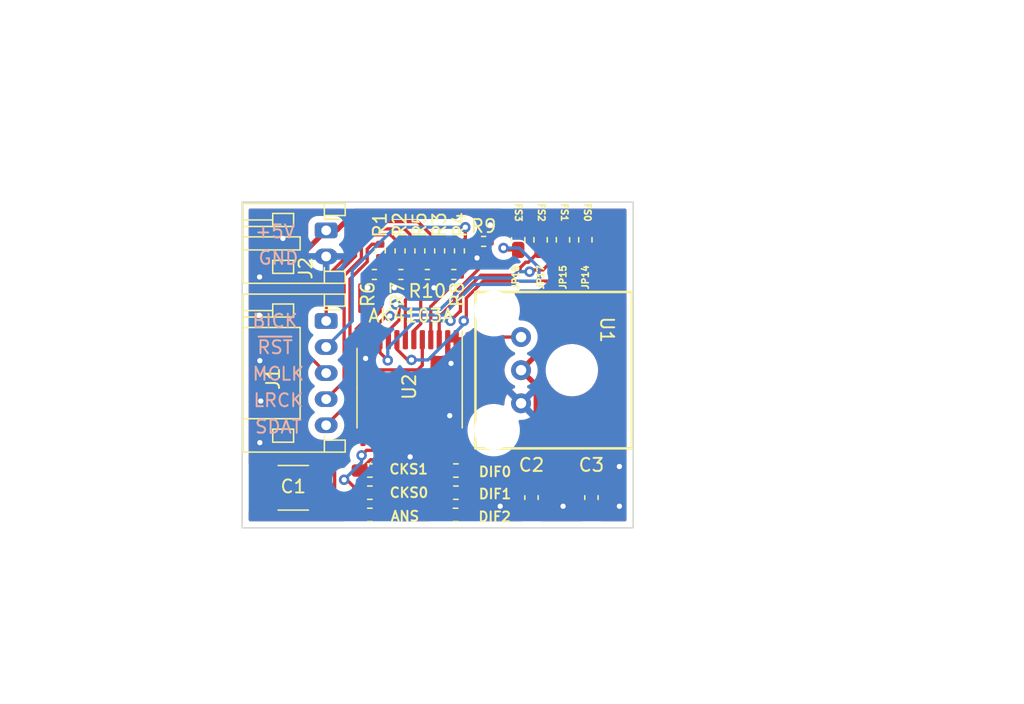
<source format=kicad_pcb>
(kicad_pcb (version 20211014) (generator pcbnew)
  (layers (0 "F.Cu" signal) (31 "B.Cu" signal) (34 "B.Paste" user) (35 "F.Paste" user) (36 "B.SilkS" user "B.Silkscreen") (37 "F.SilkS" user "F.Silkscreen") (38 "B.Mask" user) (39 "F.Mask" user) (44 "Edge.Cuts" user))
  (net 0 "")
  (net 1 "GND")
  (net 2 "+5V")
  (net 3 "/LRCK")
  (net 4 "/SDAT")
  (net 5 "/RESET")
  (net 6 "/MCLK")
  (net 7 "/CSN")
  (net 8 "/CDTI")
  (net 9 "/CCLK")
  (net 10 "/CDTO")
  (net 11 "/TXP")
  (net 12 "/DIF0")
  (net 13 "/DIF1")
  (net 14 "/DIF2")
  (net 15 "/CKS0")
  (net 16 "/CKS1")
  (net 17 "/ANS")
  (net 18 "/BICK")
  (net 19 "/BLS")
  (net 21 "Net-(R5-Pad1)")
  (net 22 "Net-(R4-Pad1)")
  (net 23 "Net-(R3-Pad1)")
  (net 24 "Net-(R2-Pad1)")
  (net 25 "Net-(R1-Pad1)")
  (footprint "components:R_0603_1608Metric_SolderJumperCompatible" (layer "F.Cu") (at 47.4 115.8 180)
    (fp_text reference "JP2" hide)
    (fp_text value "Jumper_NO_Small")
    (fp_line (start -0.171267 0.51) (end 0.171267 0.51) (layer "F.SilkS") (width 0.12))
    (fp_line (start -0.171267 -0.51) (end 0.171267 -0.51) (layer "F.SilkS") (width 0.12))
    (pad "1" smd roundrect locked (at -0.775 0 180) (size 1.25 0.95) (layers "F.Cu" "F.Paste" "F.Mask") (net 2 "+5V"))
    (pad "2" smd roundrect locked (at 0.775 0 180) (size 1.25 0.95) (layers "F.Cu" "F.Paste" "F.Mask") (net 13 "/DIF1"))
  )
  (footprint "Resistor_SMD:R_0402_1005Metric" (layer "F.Cu") (at 46.1563 97.25 -90)
    (fp_text reference "R3" (at -2 0.025 90) (layer "F.SilkS"))
    (fp_text value "33R")
    (fp_line (start -0.153641 -0.38) (end 0.153641 -0.38) (layer "F.SilkS") (width 0.12))
    (fp_line (start -0.153641 0.38) (end 0.153641 0.38) (layer "F.SilkS") (width 0.12))
    (pad "1" smd roundrect (at -0.51 0 270) (size 0.54 0.64) (layers "F.Cu" "F.Paste" "F.Mask") (net 23 "Net-(R3-Pad1)"))
    (pad "2" smd roundrect (at 0.51 0 270) (size 0.54 0.64) (layers "F.Cu" "F.Paste" "F.Mask") (net 6 "/MCLK"))
  )
  (footprint "Package_SO:TSSOP-24_6.1x7.8mm_P0.65mm" (layer "F.Cu") (at 43.85 107.775 -90)
    (fp_text reference "U2" (at -0.1 0.025 90) (layer "F.SilkS"))
    (fp_text value "AK4103A")
    (fp_line (start 0 4.035) (end -3.05 4.035) (layer "F.SilkS") (width 0.12))
    (fp_line (start 0 4.035) (end 3.05 4.035) (layer "F.SilkS") (width 0.12))
    (fp_line (start 0 -4.035) (end 3.05 -4.035) (layer "F.SilkS") (width 0.12))
    (fp_line (start 0 -4.035) (end -4.45 -4.035) (layer "F.SilkS") (width 0.12))
    (pad "1" smd roundrect locked (at -3.7125 -3.575 270) (size 1.475 0.4) (layers "F.Cu" "F.Paste" "F.Mask") (net 1 "GND"))
    (pad "2" smd roundrect locked (at -3.7125 -2.925 270) (size 1.475 0.4) (layers "F.Cu" "F.Paste" "F.Mask") (net 1 "GND"))
    (pad "3" smd roundrect locked (at -3.7125 -2.275 270) (size 1.475 0.4) (layers "F.Cu" "F.Paste" "F.Mask") (net 5 "/RESET"))
    (pad "4" smd roundrect locked (at -3.7125 -1.625 270) (size 1.475 0.4) (layers "F.Cu" "F.Paste" "F.Mask") (net 6 "/MCLK"))
    (pad "5" smd roundrect locked (at -3.7125 -0.975 270) (size 1.475 0.4) (layers "F.Cu" "F.Paste" "F.Mask") (net 4 "/SDAT"))
    (pad "6" smd roundrect locked (at -3.7125 -0.325 270) (size 1.475 0.4) (layers "F.Cu" "F.Paste" "F.Mask") (net 18 "/BICK"))
    (pad "7" smd roundrect locked (at -3.7125 0.325 270) (size 1.475 0.4) (layers "F.Cu" "F.Paste" "F.Mask") (net 3 "/LRCK"))
    (pad "8" smd roundrect locked (at -3.7125 0.975 270) (size 1.475 0.4) (layers "F.Cu" "F.Paste" "F.Mask") (net 7 "/CSN"))
    (pad "9" smd roundrect locked (at -3.7125 1.625 270) (size 1.475 0.4) (layers "F.Cu" "F.Paste" "F.Mask") (net 8 "/CDTI"))
    (pad "10" smd roundrect locked (at -3.7125 2.275 270) (size 1.475 0.4) (layers "F.Cu" "F.Paste" "F.Mask") (net 9 "/CCLK"))
    (pad "11" smd roundrect locked (at -3.7125 2.925 270) (size 1.475 0.4) (layers "F.Cu" "F.Paste" "F.Mask") (net 10 "/CDTO"))
    (pad "12" smd roundrect locked (at -3.7125 3.575 270) (size 1.475 0.4) (layers "F.Cu" "F.Paste" "F.Mask") (net 1 "GND"))
    (pad "13" smd roundrect locked (at 3.7125 3.575 270) (size 1.475 0.4) (layers "F.Cu" "F.Paste" "F.Mask") (net 17 "/ANS"))
    (pad "14" smd roundrect locked (at 3.7125 2.925 270) (size 1.475 0.4) (layers "F.Cu" "F.Paste" "F.Mask") (net 19 "/BLS"))
    (pad "15" smd roundrect locked (at 3.7125 2.275 270) (size 1.475 0.4) (layers "F.Cu" "F.Paste" "F.Mask") (net 15 "/CKS0"))
    (pad "16" smd roundrect locked (at 3.7125 1.625 270) (size 1.475 0.4) (layers "F.Cu" "F.Paste" "F.Mask") (net 16 "/CKS1"))
    (pad "17" smd roundrect locked (at 3.7125 0.975 270) (size 1.475 0.4) (layers "F.Cu" "F.Paste" "F.Mask") (net 2 "+5V"))
    (pad "18" smd roundrect locked (at 3.7125 0.325 270) (size 1.475 0.4) (layers "F.Cu" "F.Paste" "F.Mask") (net 1 "GND"))
    (pad "19" smd roundrect locked (at 3.7125 -0.325 270) (size 1.475 0.4) (layers "F.Cu" "F.Paste" "F.Mask"))
    (pad "20" smd roundrect locked (at 3.7125 -0.975 270) (size 1.475 0.4) (layers "F.Cu" "F.Paste" "F.Mask") (net 11 "/TXP"))
    (pad "21" smd roundrect locked (at 3.7125 -1.625 270) (size 1.475 0.4) (layers "F.Cu" "F.Paste" "F.Mask") (net 12 "/DIF0"))
    (pad "22" smd roundrect locked (at 3.7125 -2.275 270) (size 1.475 0.4) (layers "F.Cu" "F.Paste" "F.Mask") (net 13 "/DIF1"))
    (pad "23" smd roundrect locked (at 3.7125 -2.925 270) (size 1.475 0.4) (layers "F.Cu" "F.Paste" "F.Mask") (net 14 "/DIF2"))
    (pad "24" smd roundrect locked (at 3.7125 -3.575 270) (size 1.475 0.4) (layers "F.Cu" "F.Paste" "F.Mask") (net 1 "GND"))
  )
  (footprint "Capacitor_SMD:C_1812_4532Metric" (layer "F.Cu") (at 34.925 115.425 180)
    (fp_text reference "C1" (at 0 0.1) (layer "F.SilkS"))
    (fp_text value "33u/16v")
    (fp_line (start -1.161252 -1.71) (end 1.161252 -1.71) (layer "F.SilkS") (width 0.12))
    (fp_line (start -1.161252 1.71) (end 1.161252 1.71) (layer "F.SilkS") (width 0.12))
    (pad "1" smd roundrect (at -2.05 0 180) (size 1.4 3.4) (layers "F.Cu" "F.Paste" "F.Mask") (roundrect_rratio 0.178571) (net 2 "+5V"))
    (pad "2" smd roundrect (at 2.05 0 180) (size 1.4 3.4) (layers "F.Cu" "F.Paste" "F.Mask") (roundrect_rratio 0.178571) (net 1 "GND"))
  )
  (footprint "components:R_0603_1608Metric_SolderJumperCompatible" (layer "F.Cu") (at 57.3333 96.4 -90)
    (fp_text reference "JP14" (at 2.875 0 90) (layer "F.SilkS") (effects (font (size 0.5 0.5))))
    (fp_text value "Jumper_NO_Small")
    (fp_line (start -0.171267 -0.51) (end 0.171267 -0.51) (layer "F.SilkS") (width 0.12))
    (fp_line (start -0.171267 0.51) (end 0.171267 0.51) (layer "F.SilkS") (width 0.12))
    (pad "1" smd roundrect locked (at -0.775 0 270) (size 1.25 0.95) (layers "F.Cu" "F.Paste" "F.Mask") (net 2 "+5V"))
    (pad "2" smd roundrect locked (at 0.775 0 270) (size 1.25 0.95) (layers "F.Cu" "F.Paste" "F.Mask") (net 7 "/CSN"))
  )
  (footprint "Resistor_SMD:R_0402_1005Metric" (layer "F.Cu") (at 44.6375 97.25 -90)
    (fp_text reference "R5" (at -2 0.025 90) (layer "F.SilkS"))
    (fp_text value "33R")
    (fp_line (start -0.153641 -0.38) (end 0.153641 -0.38) (layer "F.SilkS") (width 0.12))
    (fp_line (start -0.153641 0.38) (end 0.153641 0.38) (layer "F.SilkS") (width 0.12))
    (pad "1" smd roundrect (at -0.51 0 270) (size 0.54 0.64) (layers "F.Cu" "F.Paste" "F.Mask") (net 21 "Net-(R5-Pad1)"))
    (pad "2" smd roundrect (at 0.51 0 270) (size 0.54 0.64) (layers "F.Cu" "F.Paste" "F.Mask") (net 18 "/BICK"))
  )
  (footprint "Resistor_SMD:R_0402_1005Metric" (layer "F.Cu") (at 47.675 97.25 -90)
    (fp_text reference "R4" (at -2 -0.025 90) (layer "F.SilkS"))
    (fp_text value "33R")
    (fp_line (start -0.153641 -0.38) (end 0.153641 -0.38) (layer "F.SilkS") (width 0.12))
    (fp_line (start -0.153641 0.38) (end 0.153641 0.38) (layer "F.SilkS") (width 0.12))
    (pad "1" smd roundrect (at -0.51 0 270) (size 0.54 0.64) (layers "F.Cu" "F.Paste" "F.Mask") (net 22 "Net-(R4-Pad1)"))
    (pad "2" smd roundrect (at 0.51 0 270) (size 0.54 0.64) (layers "F.Cu" "F.Paste" "F.Mask") (net 5 "/RESET"))
  )
  (footprint "Resistor_SMD:R_0402_1005Metric" (layer "F.Cu") (at 41.6 97.25 -90)
    (fp_text reference "R1" (at -2 0.025 90) (layer "F.SilkS"))
    (fp_text value "33R")
    (fp_line (start -0.153641 0.38) (end 0.153641 0.38) (layer "F.SilkS") (width 0.12))
    (fp_line (start -0.153641 -0.38) (end 0.153641 -0.38) (layer "F.SilkS") (width 0.12))
    (pad "1" smd roundrect (at -0.51 0 270) (size 0.54 0.64) (layers "F.Cu" "F.Paste" "F.Mask") (net 25 "Net-(R1-Pad1)"))
    (pad "2" smd roundrect (at 0.51 0 270) (size 0.54 0.64) (layers "F.Cu" "F.Paste" "F.Mask") (net 4 "/SDAT"))
  )
  (footprint "footprints:GP1FAV50TK" (layer "F.Cu") (at 63.249 106.44 -90)
    (fp_text reference "U1" (at -3.14 4.249 -90 unlocked) (layer "F.SilkS"))
    (fp_text value "MOF-T3C2")
    (fp_line (start -6.04 2.348083) (end -6.04 14.348083) (layer "F.SilkS") (width 0.2))
    (fp_line (start 5.96 2.348083) (end -6.04 2.348083) (layer "F.SilkS") (width 0.2))
    (fp_line (start 4.71 2.348083) (end -4.79 2.348083) (layer "F.SilkS") (width 0.2))
    (fp_line (start -6.04 14.348083) (end 5.96 14.348083) (layer "F.SilkS") (width 0.2))
    (fp_line (start 5.96 14.348083) (end 5.96 2.348083) (layer "F.SilkS") (width 0.2))
    (fp_line (start 4.71 2.348083) (end -4.79 2.348083) (layer "F.SilkS") (width 0.2))
    (pad "" np_thru_hole circle (at -4.64 12.948083 270) (size 3 3) (drill 3) (layers F&B.Cu *.Mask))
    (pad "" np_thru_hole circle (at -0.04 6.948083 270) (size 3 3) (drill 3) (layers F&B.Cu *.Mask))
    (pad "" np_thru_hole circle (at 4.56 12.948083 270) (size 3 3) (drill 3) (layers F&B.Cu *.Mask))
    (pad "1" thru_hole circle (at -2.58 10.848083 270) (size 1.524 1.524) (drill 0.8) (layers *.Cu *.Mask) (net 11 "/TXP"))
    (pad "2" thru_hole circle (at -0.04 10.848083 270) (size 1.524 1.524) (drill 0.8) (layers *.Cu *.Mask) (net 2 "+5V"))
    (pad "3" thru_hole circle (at 2.5 10.848083 270) (size 1.524 1.524) (drill 0.8) (layers *.Cu *.Mask) (net 1 "GND"))
  )
  (footprint "components:R_0603_1608Metric_SolderJumperCompatible" (layer "F.Cu") (at 55.6166 96.4 -90)
    (fp_text reference "JP15" (at 2.875 0 90) (layer "F.SilkS") (effects (font (size 0.5 0.5))))
    (fp_text value "Jumper_NO_Small")
    (fp_line (start -0.171267 -0.51) (end 0.171267 -0.51) (layer "F.SilkS") (width 0.12))
    (fp_line (start -0.171267 0.51) (end 0.171267 0.51) (layer "F.SilkS") (width 0.12))
    (pad "1" smd roundrect locked (at -0.775 0 270) (size 1.25 0.95) (layers "F.Cu" "F.Paste" "F.Mask") (net 2 "+5V"))
    (pad "2" smd roundrect locked (at 0.775 0 270) (size 1.25 0.95) (layers "F.Cu" "F.Paste" "F.Mask") (net 8 "/CDTI"))
  )
  (footprint "components:R_0603_1608Metric_SolderJumperCompatible" (layer "F.Cu") (at 47.4 114.1 180)
    (fp_text reference "JP3" hide)
    (fp_text value "Jumper_NO_Small")
    (fp_line (start -0.171267 -0.51) (end 0.171267 -0.51) (layer "F.SilkS") (width 0.12))
    (fp_line (start -0.171267 0.51) (end 0.171267 0.51) (layer "F.SilkS") (width 0.12))
    (pad "1" smd roundrect locked (at -0.775 0 180) (size 1.25 0.95) (layers "F.Cu" "F.Paste" "F.Mask") (net 2 "+5V"))
    (pad "2" smd roundrect locked (at 0.775 0 180) (size 1.25 0.95) (layers "F.Cu" "F.Paste" "F.Mask") (net 14 "/DIF2"))
  )
  (footprint "Connector_JST:JST_PH_S2B-PH-K_1x02_P2.00mm_Horizontal" (layer "F.Cu") (at 37.45 95.675 -90)
    (fp_text reference "J2" (at 2.9 1.575 90) (layer "F.SilkS"))
    (fp_text value "Conn_01x02_Male")
    (fp_line (start 2.3 4.1) (end 2.3 2.5) (layer "F.SilkS") (width 0.12))
    (fp_line (start 2.3 2.5) (end 3.3 2.5) (layer "F.SilkS") (width 0.12))
    (fp_line (start -1.14 -1.46) (end -2.06 -1.46) (layer "F.SilkS") (width 0.12))
    (fp_line (start -1.3 2.5) (end -1.3 4.1) (layer "F.SilkS") (width 0.12))
    (fp_line (start -2.06 0.14) (end -1.14 0.14) (layer "F.SilkS") (width 0.12))
    (fp_line (start 3.14 -1.46) (end 3.14 0.14) (layer "F.SilkS") (width 0.12))
    (fp_line (start -2.06 -1.46) (end -2.06 6.36) (layer "F.SilkS") (width 0.12))
    (fp_line (start 0.5 6.36) (end 0.5 2) (layer "F.SilkS") (width 0.12))
    (fp_line (start -0.3 2.5) (end -1.3 2.5) (layer "F.SilkS") (width 0.12))
    (fp_line (start -0.86 0.14) (end -0.86 -1.075) (layer "F.SilkS") (width 0.12))
    (fp_line (start -0.8 4.1) (end -0.8 6.36) (layer "F.SilkS") (width 0.12))
    (fp_line (start 0.5 2) (end 1.5 2) (layer "F.SilkS") (width 0.12))
    (fp_line (start 4.06 6.36) (end 4.06 -1.46) (layer "F.SilkS") (width 0.12))
    (fp_line (start 4.06 0.14) (end 3.14 0.14) (layer "F.SilkS") (width 0.12))
    (fp_line (start 3.3 2.5) (end 3.3 4.1) (layer "F.SilkS") (width 0.12))
    (fp_line (start -2.06 6.36) (end 4.06 6.36) (layer "F.SilkS") (width 0.12))
    (fp_line (start 4.06 -1.46) (end 3.14 -1.46) (layer "F.SilkS") (width 0.12))
    (fp_line (start 1.5 2) (end 1.5 6.36) (layer "F.SilkS") (width 0.12))
    (fp_line (start 3.3 4.1) (end 2.3 4.1) (layer "F.SilkS") (width 0.12))
    (fp_line (start -0.3 4.1) (end -0.3 2.5) (layer "F.SilkS") (width 0.12))
    (fp_line (start -0.86 0.14) (end -1.14 0.14) (layer "F.SilkS") (width 0.12))
    (fp_line (start 3.14 0.14) (end 2.86 0.14) (layer "F.SilkS") (width 0.12))
    (fp_line (start -1.3 4.1) (end -0.3 4.1) (layer "F.SilkS") (width 0.12))
    (fp_line (start -1.14 0.14) (end -1.14 -1.46) (layer "F.SilkS") (width 0.12))
    (fp_line (start -0.3 4.1) (end -0.3 6.36) (layer "F.SilkS") (width 0.12))
    (pad "1" thru_hole roundrect (at 0 0 270) (size 1.2 1.75) (drill 0.75) (layers *.Cu *.Mask) (roundrect_rratio 0.208333) (net 2 "+5V"))
    (pad "2" thru_hole oval (at 2 0 270) (size 1.2 1.75) (drill 0.75) (layers *.Cu *.Mask) (net 1 "GND"))
  )
  (footprint "Capacitor_SMD:C_0603_1608Metric" (layer "F.Cu") (at 53.2 116.175 90)
    (fp_text reference "C2" (at 2.5 0 180) (layer "F.SilkS"))
    (fp_text value "0.1u/35V")
    (fp_line (start -0.14058 0.51) (end 0.14058 0.51) (layer "F.SilkS") (width 0.12))
    (fp_line (start -0.14058 -0.51) (end 0.14058 -0.51) (layer "F.SilkS") (width 0.12))
    (pad "1" smd roundrect (at -0.775 0 90) (size 0.9 0.95) (layers "F.Cu" "F.Paste" "F.Mask") (net 1 "GND"))
    (pad "2" smd roundrect (at 0.775 0 90) (size 0.9 0.95) (layers "F.Cu" "F.Paste" "F.Mask") (net 2 "+5V"))
  )
  (footprint "Capacitor_SMD:C_0603_1608Metric" (layer "F.Cu") (at 57.8 116.175 90)
    (fp_text reference "C3" (at 2.5 0) (layer "F.SilkS"))
    (fp_text value "0.1u/35V")
    (fp_line (start -0.14058 0.51) (end 0.14058 0.51) (layer "F.SilkS") (width 0.12))
    (fp_line (start -0.14058 -0.51) (end 0.14058 -0.51) (layer "F.SilkS") (width 0.12))
    (pad "1" smd roundrect (at -0.775 0 90) (size 0.9 0.95) (layers "F.Cu" "F.Paste" "F.Mask") (net 1 "GND"))
    (pad "2" smd roundrect (at 0.775 0 90) (size 0.9 0.95) (layers "F.Cu" "F.Paste" "F.Mask") (net 2 "+5V"))
  )
  (footprint "Connector_JST:JST_PH_S5B-PH-K_1x05_P2.00mm_Horizontal" (layer "F.Cu") (at 37.45 102.625 -90)
    (fp_text reference "J1" (at 4.425 4.075 90) (layer "F.SilkS"))
    (fp_text value "Conn_01x05_Male")
    (fp_line (start 8.3 2.5) (end 9.3 2.5) (layer "F.SilkS") (width 0.12))
    (fp_line (start -1.3 2.5) (end -1.3 4.1) (layer "F.SilkS") (width 0.12))
    (fp_line (start 7.5 2) (end 7.5 6.36) (layer "F.SilkS") (width 0.12))
    (fp_line (start 0.5 2) (end 7.5 2) (layer "F.SilkS") (width 0.12))
    (fp_line (start -0.86 0.14) (end -1.14 0.14) (layer "F.SilkS") (width 0.12))
    (fp_line (start 10.06 -1.46) (end 9.14 -1.46) (layer "F.SilkS") (width 0.12))
    (fp_line (start -1.14 -1.46) (end -2.06 -1.46) (layer "F.SilkS") (width 0.12))
    (fp_line (start 8.3 4.1) (end 8.3 2.5) (layer "F.SilkS") (width 0.12))
    (fp_line (start -0.8 4.1) (end -0.8 6.36) (layer "F.SilkS") (width 0.12))
    (fp_line (start 9.3 4.1) (end 8.3 4.1) (layer "F.SilkS") (width 0.12))
    (fp_line (start -2.06 0.14) (end -1.14 0.14) (layer "F.SilkS") (width 0.12))
    (fp_line (start 10.06 0.14) (end 9.14 0.14) (layer "F.SilkS") (width 0.12))
    (fp_line (start -2.06 -1.46) (end -2.06 6.36) (layer "F.SilkS") (width 0.12))
    (fp_line (start -1.3 4.1) (end -0.3 4.1) (layer "F.SilkS") (width 0.12))
    (fp_line (start -0.3 2.5) (end -1.3 2.5) (layer "F.SilkS") (width 0.12))
    (fp_line (start -2.06 6.36) (end 10.06 6.36) (layer "F.SilkS") (width 0.12))
    (fp_line (start 9.14 0.14) (end 8.86 0.14) (layer "F.SilkS") (width 0.12))
    (fp_line (start -0.3 4.1) (end -0.3 6.36) (layer "F.SilkS") (width 0.12))
    (fp_line (start 10.06 6.36) (end 10.06 -1.46) (layer "F.SilkS") (width 0.12))
    (fp_line (start -1.14 0.14) (end -1.14 -1.46) (layer "F.SilkS") (width 0.12))
    (fp_line (start 9.3 2.5) (end 9.3 4.1) (layer "F.SilkS") (width 0.12))
    (fp_line (start 0.5 6.36) (end 0.5 2) (layer "F.SilkS") (width 0.12))
    (fp_line (start -0.3 4.1) (end -0.3 2.5) (layer "F.SilkS") (width 0.12))
    (fp_line (start -0.86 0.14) (end -0.86 -1.075) (layer "F.SilkS") (width 0.12))
    (fp_line (start 9.14 -1.46) (end 9.14 0.14) (layer "F.SilkS") (width 0.12))
    (pad "1" thru_hole roundrect (at 0 0 270) (size 1.2 1.75) (drill 0.75) (layers *.Cu *.Mask) (roundrect_rratio 0.208333) (net 21 "Net-(R5-Pad1)"))
    (pad "2" thru_hole oval (at 2 0 270) (size 1.2 1.75) (drill 0.75) (layers *.Cu *.Mask) (net 22 "Net-(R4-Pad1)"))
    (pad "3" thru_hole oval (at 4 0 270) (size 1.2 1.75) (drill 0.75) (layers *.Cu *.Mask) (net 23 "Net-(R3-Pad1)"))
    (pad "4" thru_hole oval (at 6 0 270) (size 1.2 1.75) (drill 0.75) (layers *.Cu *.Mask) (net 24 "Net-(R2-Pad1)"))
    (pad "5" thru_hole oval (at 8 0 270) (size 1.2 1.75) (drill 0.75) (layers *.Cu *.Mask) (net 25 "Net-(R1-Pad1)"))
  )
  (footprint "Resistor_SMD:R_0402_1005Metric" (layer "F.Cu") (at 47.244 99.06)
    (fp_text reference "R8" (at 0.254 1.524 90) (layer "F.SilkS"))
    (fp_text value "220k")
    (fp_line (start -0.153641 0.38) (end 0.153641 0.38) (layer "F.SilkS") (width 0.12))
    (fp_line (start -0.153641 -0.38) (end 0.153641 -0.38) (layer "F.SilkS") (width 0.12))
    (pad "1" smd roundrect (at -0.51 0) (size 0.54 0.64) (layers "F.Cu" "F.Paste" "F.Mask") (net 6 "/MCLK"))
    (pad "2" smd roundrect (at 0.51 0) (size 0.54 0.64) (layers "F.Cu" "F.Paste" "F.Mask") (net 1 "GND"))
  )
  (footprint "components:R_0603_1608Metric_SolderJumperCompatible" (layer "F.Cu") (at 47.375 117.5 180)
    (fp_text reference "JP1" hide)
    (fp_text value "Jumper_NO_Small")
    (fp_line (start -0.171267 -0.51) (end 0.171267 -0.51) (layer "F.SilkS") (width 0.12))
    (fp_line (start -0.171267 0.51) (end 0.171267 0.51) (layer "F.SilkS") (width 0.12))
    (pad "1" smd roundrect locked (at -0.775 0 180) (size 1.25 0.95) (layers "F.Cu" "F.Paste" "F.Mask") (net 2 "+5V"))
    (pad "2" smd roundrect locked (at 0.775 0 180) (size 1.25 0.95) (layers "F.Cu" "F.Paste" "F.Mask") (net 12 "/DIF0"))
  )
  (footprint "Resistor_SMD:R_0402_1005Metric" (layer "F.Cu") (at 43.18 99.06 180)
    (fp_text reference "R7" (at 0.254 -1.524 90) (layer "F.SilkS"))
    (fp_text value "220k")
    (fp_line (start -0.153641 -0.38) (end 0.153641 -0.38) (layer "F.SilkS") (width 0.12))
    (fp_line (start -0.153641 0.38) (end 0.153641 0.38) (layer "F.SilkS") (width 0.12))
    (pad "1" smd roundrect (at -0.51 0 180) (size 0.54 0.64) (layers "F.Cu" "F.Paste" "F.Mask") (net 3 "/LRCK"))
    (pad "2" smd roundrect (at 0.51 0 180) (size 0.54 0.64) (layers "F.Cu" "F.Paste" "F.Mask") (net 1 "GND"))
  )
  (footprint "Resistor_SMD:R_0402_1005Metric" (layer "F.Cu") (at 43.1188 97.25 -90)
    (fp_text reference "R2" (at -2 0.025 90) (layer "F.SilkS"))
    (fp_text value "33R")
    (fp_line (start -0.153641 -0.38) (end 0.153641 -0.38) (layer "F.SilkS") (width 0.12))
    (fp_line (start -0.153641 0.38) (end 0.153641 0.38) (layer "F.SilkS") (width 0.12))
    (pad "1" smd roundrect (at -0.51 0 270) (size 0.54 0.64) (layers "F.Cu" "F.Paste" "F.Mask") (net 24 "Net-(R2-Pad1)"))
    (pad "2" smd roundrect (at 0.51 0 270) (size 0.54 0.64) (layers "F.Cu" "F.Paste" "F.Mask") (net 3 "/LRCK"))
  )
  (footprint "components:R_0603_1608Metric_SolderJumperCompatible" (layer "F.Cu") (at 40.8 117.5)
    (fp_text reference "JP16" hide)
    (fp_text value "Jumper_NO_Small")
    (fp_line (start -0.171267 -0.51) (end 0.171267 -0.51) (layer "F.SilkS") (width 0.12))
    (fp_line (start -0.171267 0.51) (end 0.171267 0.51) (layer "F.SilkS") (width 0.12))
    (pad "1" smd roundrect locked (at -0.775 0) (size 1.25 0.95) (layers "F.Cu" "F.Paste" "F.Mask") (net 17 "/ANS"))
    (pad "2" smd roundrect locked (at 0.775 0) (size 1.25 0.95) (layers "F.Cu" "F.Paste" "F.Mask") (net 1 "GND"))
  )
  (footprint "Resistor_SMD:R_0402_1005Metric" (layer "F.Cu") (at 45.212 99.06)
    (fp_text reference "R10" (at 0 1.27) (layer "F.SilkS"))
    (fp_text value "220k")
    (fp_line (start -0.153641 -0.38) (end 0.153641 -0.38) (layer "F.SilkS") (width 0.12))
    (fp_line (start -0.153641 0.38) (end 0.153641 0.38) (layer "F.SilkS") (width 0.12))
    (pad "1" smd roundrect (at -0.51 0) (size 0.54 0.64) (layers "F.Cu" "F.Paste" "F.Mask") (net 18 "/BICK"))
    (pad "2" smd roundrect (at 0.51 0) (size 0.54 0.64) (layers "F.Cu" "F.Paste" "F.Mask") (net 1 "GND"))
  )
  (footprint "components:R_0603_1608Metric_SolderJumperCompatible" (layer "F.Cu") (at 40.8 114.1 180)
    (fp_text reference "JP11" hide)
    (fp_text value "Jumper_NO_Small")
    (fp_line (start -0.171267 -0.51) (end 0.171267 -0.51) (layer "F.SilkS") (width 0.12))
    (fp_line (start -0.171267 0.51) (end 0.171267 0.51) (layer "F.SilkS") (width 0.12))
    (pad "1" smd roundrect locked (at -0.775 0 180) (size 1.25 0.95) (layers "F.Cu" "F.Paste" "F.Mask") (net 2 "+5V"))
    (pad "2" smd roundrect locked (at 0.775 0 180) (size 1.25 0.95) (layers "F.Cu" "F.Paste" "F.Mask") (net 16 "/CKS1"))
  )
  (footprint "Resistor_SMD:R_0402_1005Metric" (layer "F.Cu") (at 41.148 99.06 180)
    (fp_text reference "R6" (at 0.508 -1.524 90) (layer "F.SilkS"))
    (fp_text value "220k")
    (fp_line (start -0.153641 -0.38) (end 0.153641 -0.38) (layer "F.SilkS") (width 0.12))
    (fp_line (start -0.153641 0.38) (end 0.153641 0.38) (layer "F.SilkS") (width 0.12))
    (pad "1" smd roundrect (at -0.51 0 180) (size 0.54 0.64) (layers "F.Cu" "F.Paste" "F.Mask") (net 4 "/SDAT"))
    (pad "2" smd roundrect (at 0.51 0 180) (size 0.54 0.64) (layers "F.Cu" "F.Paste" "F.Mask") (net 1 "GND"))
  )
  (footprint "components:R_0603_1608Metric_SolderJumperCompatible" (layer "F.Cu") (at 40.8 115.8 180)
    (fp_text reference "JP9" hide)
    (fp_text value "Jumper_NO_Small")
    (fp_line (start -0.171267 -0.51) (end 0.171267 -0.51) (layer "F.SilkS") (width 0.12))
    (fp_line (start -0.171267 0.51) (end 0.171267 0.51) (layer "F.SilkS") (width 0.12))
    (pad "1" smd roundrect locked (at -0.775 0 180) (size 1.25 0.95) (layers "F.Cu" "F.Paste" "F.Mask") (net 1 "GND"))
    (pad "2" smd roundrect locked (at 0.775 0 180) (size 1.25 0.95) (layers "F.Cu" "F.Paste" "F.Mask") (net 15 "/CKS0"))
  )
  (footprint "components:R_0603_1608Metric_SolderJumperCompatible" (layer "F.Cu") (at 53.9 96.4 -90)
    (fp_text reference "JP17" (at 2.875 0 90) (layer "F.SilkS") (effects (font (size 0.5 0.5))))
    (fp_text value "Jumper_NO_Small")
    (fp_line (start -0.171267 -0.51) (end 0.171267 -0.51) (layer "F.SilkS") (width 0.12))
    (fp_line (start -0.171267 0.51) (end 0.171267 0.51) (layer "F.SilkS") (width 0.12))
    (pad "1" smd roundrect locked (at -0.775 0 270) (size 1.25 0.95) (layers "F.Cu" "F.Paste" "F.Mask") (net 2 "+5V"))
    (pad "2" smd roundrect locked (at 0.775 0 270) (size 1.25 0.95) (layers "F.Cu" "F.Paste" "F.Mask") (net 9 "/CCLK"))
  )
  (footprint "components:R_0603_1608Metric_SolderJumperCompatible" (layer "F.Cu") (at 52.1833 96.4 -90)
    (fp_text reference "JP18" (at 2.875 0.2 90) (layer "F.SilkS") (effects (font (size 0.5 0.5))))
    (fp_text value "Jumper_NO_Small")
    (fp_line (start -0.171267 0.51) (end 0.171267 0.51) (layer "F.SilkS") (width 0.12))
    (fp_line (start -0.171267 -0.51) (end 0.171267 -0.51) (layer "F.SilkS") (width 0.12))
    (pad "1" smd roundrect locked (at -0.775 0 270) (size 1.25 0.95) (layers "F.Cu" "F.Paste" "F.Mask") (net 2 "+5V"))
    (pad "2" smd roundrect locked (at 0.775 0 270) (size 1.25 0.95) (layers "F.Cu" "F.Paste" "F.Mask") (net 10 "/CDTO"))
  )
  (footprint "Resistor_SMD:R_0402_1005Metric" (layer "F.Cu") (at 49.53 96.52)
    (fp_text reference "R9" (at 0 -1.17) (layer "F.SilkS"))
    (fp_text value "220k")
    (fp_line (start -0.153641 0.38) (end 0.153641 0.38) (layer "F.SilkS") (width 0.12))
    (fp_line (start -0.153641 -0.38) (end 0.153641 -0.38) (layer "F.SilkS") (width 0.12))
    (pad "1" smd roundrect (at -0.51 0) (size 0.54 0.64) (layers "F.Cu" "F.Paste" "F.Mask") (net 5 "/RESET"))
    (pad "2" smd roundrect (at 0.51 0) (size 0.54 0.64) (layers "F.Cu" "F.Paste" "F.Mask") (net 1 "GND"))
  )
  (gr_rect (start 31 93.5) (end 61 118.5) (layer "Edge.Cuts") (width 0.1) (fill none))
  (gr_text "GND" (at 33.782 97.79) (layer "B.SilkS") (effects (font (size 1 1))))
  (gr_text "BICK" (at 33.528 102.616) (layer "B.SilkS") (effects (font (size 1 1))))
  (gr_text "~{RST}" (at 33.528 104.648) (layer "B.SilkS") (effects (font (size 1 1))))
  (gr_text "LRCK" (at 33.782 108.712) (layer "B.SilkS") (effects (font (size 1 1))))
  (gr_text "MCLK" (at 33.782 106.68) (layer "B.SilkS") (effects (font (size 1 1))))
  (gr_text "SDAT" (at 33.782 110.744) (layer "B.SilkS") (effects (font (size 1 1))))
  (gr_text "+5V" (at 33.528 95.758) (layer "B.SilkS") (effects (font (size 1 1))))
  (gr_text "ANS" (at 43.5 117.6) (layer "F.SilkS") (effects (font (size 0.75 0.75))))
  (gr_text "DIF1" (at 50.4 115.9) (layer "F.SilkS") (effects (font (size 0.75 0.75))))
  (gr_text "DIF0" (at 50.4 114.2) (layer "F.SilkS") (effects (font (size 0.75 0.75))))
  (gr_text "DIF2" (at 50.375 117.65) (layer "F.SilkS") (effects (font (size 0.75 0.75))))
  (gr_text "CKS1" (at 43.775 114) (layer "F.SilkS") (effects (font (size 0.75 0.75))))
  (gr_text "FS1" (at 55.733332 94.3 270) (layer "F.SilkS") (effects (font (size 0.5 0.5))))
  (gr_text "FS2" (at 53.966666 94.3 270) (layer "F.SilkS") (effects (font (size 0.5 0.5))))
  (gr_text "FS3" (at 52.2 94.3 270) (layer "F.SilkS") (effects (font (size 0.5 0.5))))
  (gr_text "CKS0" (at 43.8 115.8) (layer "F.SilkS") (effects (font (size 0.75 0.75))))
  (gr_text "FS0" (at 57.5 94.3 270) (layer "F.SilkS") (effects (font (size 0.5 0.5))))
  (gr_text "AK4103A" (at 43.95 102.225) (layer "F.SilkS") (effects (font (size 1 1))))
  (segment (start 43.89 113.05) (end 43.525 112.685) (width 0.4) (layer "F.Cu") (net 1))
  (segment (start 47.425 105.485) (end 47.03 105.88) (width 0.4) (layer "F.Cu") (net 1))
  (segment (start 47.425 111.4875) (end 47.425 110.385) (width 0.4) (layer "F.Cu") (net 1))
  (segment (start 47.425 104.0625) (end 47.425 105.485) (width 0.4) (layer "F.Cu") (net 1))
  (segment (start 40.275 104.0625) (end 40.275 105.3) (width 0.4) (layer "F.Cu") (net 1))
  (segment (start 50.038 95.25) (end 50.038 96.518) (width 0.4) (layer "F.Cu") (net 1))
  (segment (start 49.022 97.79) (end 49.022 97.792) (width 0.4) (layer "F.Cu") (net 1))
  (segment (start 42.672 100.076) (end 42.672 99.062) (width 0.4) (layer "F.Cu") (net 1))
  (segment (start 49.022 97.792) (end 47.754 99.06) (width 0.4) (layer "F.Cu") (net 1))
  (segment (start 40.638 100.074) (end 40.638 99.06) (width 0.4) (layer "F.Cu") (net 1))
  (segment (start 45.72 100.076) (end 45.72 99.062) (width 0.4) (layer "F.Cu") (net 1))
  (segment (start 46.775 105.625) (end 47.03 105.88) (width 0.4) (layer "F.Cu") (net 1))
  (segment (start 40.275 105.3) (end 40.475 105.5) (width 0.4) (layer "F.Cu") (net 1))
  (segment (start 47.425 110.385) (end 46.93 109.89) (width 0.4) (layer "F.Cu") (net 1))
  (segment (start 46.775 104.0625) (end 47.425 104.0625) (width 0.4) (layer "F.Cu") (net 1))
  (segment (start 43.525 112.685) (end 43.525 111.4875) (width 0.4) (layer "F.Cu") (net 1))
  (segment (start 46.775 104.0625) (end 46.775 105.625) (width 0.4) (layer "F.Cu") (net 1))
  (segment (start 40.64 100.076) (end 40.638 100.074) (width 0.4) (layer "F.Cu") (net 1))
  (via (at 59.944 113.792) (size 0.8) (drill 0.4) (layers "F.Cu" "B.Cu") (net 1))
  (via (at 34.13 96.29) (size 0.8) (drill 0.4) (layers "F.Cu" "B.Cu") (net 1))
  (via (at 59.944 116.84) (size 0.8) (drill 0.4) (layers "F.Cu" "B.Cu") (net 1))
  (via (at 40.64 100.076) (size 0.8) (drill 0.4) (layers "F.Cu" "B.Cu") (net 1))
  (via (at 32.36 105.67) (size 0.8) (drill 0.4) (layers "F.Cu" "B.Cu") (net 1))
  (via (at 32.36 111.96) (size 0.8) (drill 0.4) (layers "F.Cu" "B.Cu") (net 1))
  (via (at 43.89 113.05) (size 0.8) (drill 0.4) (layers "F.Cu" "B.Cu") (net 1))
  (via (at 32.34 99.25) (size 0.8) (drill 0.4) (layers "F.Cu" "B.Cu") (net 1))
  (via (at 42.672 100.076) (size 0.8) (drill 0.4) (layers "F.Cu" "B.Cu") (net 1))
  (via (at 40.475 105.5) (size 0.8) (drill 0.4) (layers "F.Cu" "B.Cu") (net 1))
  (via (at 32.32 102.19) (size 0.8) (drill 0.4) (layers "F.Cu" "B.Cu") (net 1))
  (via (at 32.43 108.77) (size 0.8) (drill 0.4) (layers "F.Cu" "B.Cu") (net 1))
  (via (at 55.626 116.84) (size 0.8) (drill 0.4) (layers "F.Cu" "B.Cu") (net 1))
  (via (at 46.93 109.89) (size 0.8) (drill 0.4) (layers "F.Cu" "B.Cu") (net 1))
  (via (at 47.03 105.88) (size 0.8) (drill 0.4) (layers "F.Cu" "B.Cu") (net 1))
  (via (at 45.72 100.076) (size 0.8) (drill 0.4) (layers "F.Cu" "B.Cu") (net 1))
  (via (at 50.8 116.84) (size 0.8) (drill 0.4) (layers "F.Cu" "B.Cu") (net 1))
  (via (at 49.022 97.79) (size 0.8) (drill 0.4) (layers "F.Cu" "B.Cu") (net 1))
  (via (at 50.038 95.25) (size 0.8) (drill 0.4) (layers "F.Cu" "B.Cu") (net 1))
  (segment (start 52.400917 106.4) (end 53.562428 107.561511) (width 0.4) (layer "F.Cu") (net 2))
  (segment (start 42.875 111.4875) (end 42.875 110.375) (width 0.4) (layer "F.Cu") (net 2))
  (segment (start 35.052 98.073) (end 35.052 113.502) (width 0.4) (layer "F.Cu") (net 2))
  (segment (start 48.175 117.475) (end 48.175 115.8) (width 0.4) (layer "F.Cu") (net 2))
  (segment (start 41.575 114.1) (end 42.49 114.1) (width 0.4) (layer "F.Cu") (net 2))
  (segment (start 58.20782 100.593097) (end 52.400917 106.4) (width 0.4) (layer "F.Cu") (net 2))
  (segment (start 58.20782 96.49952) (end 58.20782 100.593097) (width 0.4) (layer "F.Cu") (net 2))
  (segment (start 48.175 115.4) (end 48.175 114.1) (width 0.4) (layer "F.Cu") (net 2))
  (segment (start 42.875 110.375) (end 42.64 110.14) (width 0.4) (layer "F.Cu") (net 2))
  (segment (start 53.562428 107.561511) (end 53.562428 115.037572) (width 0.4) (layer "F.Cu") (net 2))
  (segment (start 48.175 115.8) (end 48.175 115.4) (width 0.4) (layer "F.Cu") (net 2))
  (segment (start 37.504 95.621) (end 38.304 95.621) (width 0.4) (layer "F.Cu") (net 2))
  (segment (start 36.975 113.343573) (end 36.975 115.425) (width 0.4) (layer "F.Cu") (net 2))
  (segment (start 57.3333 95.625) (end 58.20782 96.49952) (width 0.4) (layer "F.Cu") (net 2))
  (segment (start 53.2 115.4) (end 57.8 115.4) (width 0.4) (layer "F.Cu") (net 2))
  (segment (start 42.49 114.1) (end 42.875 113.715) (width 0.4) (layer "F.Cu") (net 2))
  (segment (start 48.175 115.4) (end 53.2 115.4) (width 0.4) (layer "F.Cu") (net 2))
  (segment (start 40.178573 110.14) (end 36.975 113.343573) (width 0.4) (layer "F.Cu") (net 2))
  (segment (start 37.45 95.675) (end 35.052 98.073) (width 0.4) (layer "F.Cu") (net 2))
  (segment (start 39.725 94.2) (end 50.7583 94.2) (width 0.4) (layer "F.Cu") (net 2))
  (segment (start 42.875 113.715) (end 42.875 111.4875) (width 0.4) (layer "F.Cu") (net 2))
  (segment (start 55.6166 95.625) (end 57.3333 95.625) (width 0.4) (layer "F.Cu") (net 2))
  (segment (start 53.562428 115.037572) (end 53.2 115.4) (width 0.4) (layer "F.Cu") (net 2))
  (segment (start 42.64 110.14) (end 40.178573 110.14) (width 0.4) (layer "F.Cu") (net 2))
  (segment (start 35.052 113.502) (end 36.975 115.425) (width 0.4) (layer "F.Cu") (net 2))
  (segment (start 50.7583 94.2) (end 52.1833 95.625) (width 0.4) (layer "F.Cu") (net 2))
  (segment (start 38.304 95.621) (end 39.725 94.2) (width 0.4) (layer "F.Cu") (net 2))
  (segment (start 53.9 95.625) (end 55.6166 95.625) (width 0.4) (layer "F.Cu") (net 2))
  (segment (start 52.1833 95.625) (end 53.9 95.625) (width 0.4) (layer "F.Cu") (net 2))
  (segment (start 43.69 98.3312) (end 43.69 100.855386) (width 0.25) (layer "F.Cu") (net 3))
  (segment (start 43.525 101.020386) (end 43.525 104.0625) (width 0.25) (layer "F.Cu") (net 3))
  (segment (start 43.69 100.855386) (end 43.525 101.020386) (width 0.25) (layer "F.Cu") (net 3))
  (segment (start 43.1188 97.76) (end 43.69 98.3312) (width 0.25) (layer "F.Cu") (net 3))
  (segment (start 40.075 106.375) (end 44.475 106.375) (width 0.25) (layer "F.Cu") (net 4))
  (segment (start 41.68 97.84) (end 41.68 101.83) (width 0.25) (layer "F.Cu") (net 4))
  (segment (start 40.637639 102.362) (end 39.7505 103.249139) (width 0.25) (layer "F.Cu") (net 4))
  (segment (start 39.7505 106.05) (end 40.075 106.375) (width 0.25) (layer "F.Cu") (net 4))
  (segment (start 39.7505 103.249139) (end 39.7505 106.05) (width 0.25) (layer "F.Cu") (net 4))
  (segment (start 41.148 102.362) (end 40.637639 102.362) (width 0.25) (layer "F.Cu") (net 4))
  (segment (start 44.475 106.375) (end 44.825 106.025) (width 0.25) (layer "F.Cu") (net 4))
  (segment (start 41.68 101.83) (end 41.148 102.362) (width 0.25) (layer "F.Cu") (net 4))
  (segment (start 44.825 106.025) (end 44.825 104.0625) (width 0.25) (layer "F.Cu") (net 4))
  (segment (start 46.125 102.302375) (end 47.30248 101.124895) (width 0.25) (layer "F.Cu") (net 5))
  (segment (start 49.322103 98.514511) (end 49.746511 98.090103) (width 0.25) (layer "F.Cu") (net 5))
  (segment (start 49.746511 97.246511) (end 49.02 96.52) (width 0.25) (layer "F.Cu") (net 5))
  (segment (start 49.278662 98.514511) (end 49.322103 98.514511) (width 0.25) (layer "F.Cu") (net 5))
  (segment (start 47.30248 101.124895) (end 47.30248 100.490693) (width 0.25) (layer "F.Cu") (net 5))
  (segment (start 49.02 96.52) (end 47.78 97.76) (width 0.25) (layer "F.Cu") (net 5))
  (segment (start 46.125 104.0625) (end 46.125 102.302375) (width 0.25) (layer "F.Cu") (net 5))
  (segment (start 49.746511 98.090103) (end 49.746511 97.246511) (width 0.25) (layer "F.Cu") (net 5))
  (segment (start 47.30248 100.490693) (end 49.278662 98.514511) (width 0.25) (layer "F.Cu") (net 5))
  (segment (start 46.1563 97.76) (end 46.736 98.3397) (width 0.25) (layer "F.Cu") (net 6))
  (segment (start 46.736 98.3397) (end 46.736 100.253168) (width 0.25) (layer "F.Cu") (net 6))
  (segment (start 45.475 101.514168) (end 45.475 104.062) (width 0.25) (layer "F.Cu") (net 6))
  (segment (start 46.736 100.253168) (end 45.475 101.514168) (width 0.25) (layer "F.Cu") (net 6))
  (segment (start 42.875 104.7928) (end 43.6969 105.6147) (width 0.25) (layer "F.Cu") (net 7))
  (segment (start 43.9948 105.6147) (end 43.9948 105.6148) (width 0.25) (layer "F.Cu") (net 7))
  (segment (start 48.20152 102.42048) (end 48.201519 100.863089) (width 0.25) (layer "F.Cu") (net 7))
  (segment (start 48.201519 100.863089) (end 49.496608 99.568) (width 0.25) (layer "F.Cu") (net 7))
  (segment (start 54.9403 99.568) (end 57.3333 97.175) (width 0.25) (layer "F.Cu") (net 7))
  (segment (start 49.496608 99.568) (end 54.9403 99.568) (width 0.25) (layer "F.Cu") (net 7))
  (segment (start 43.6969 105.6147) (end 43.9948 105.6147) (width 0.25) (layer "F.Cu") (net 7))
  (segment (start 48.006 102.616) (end 48.20152 102.42048) (width 0.25) (layer "F.Cu") (net 7))
  (segment (start 42.875 104.0625) (end 42.875 104.7928) (width 0.25) (layer "F.Cu") (net 7))
  (via (at 43.9948 105.6148) (size 0.8) (drill 0.4) (layers "F.Cu" "B.Cu") (net 7))
  (via (at 48.006 102.616) (size 0.8) (drill 0.4) (layers "F.Cu" "B.Cu") (net 7))
  (segment (start 48.006 102.616) (end 48.006 102.87) (width 0.25) (layer "B.Cu") (net 7))
  (segment (start 48.006 102.87) (end 45.2612 105.6148) (width 0.25) (layer "B.Cu") (net 7))
  (segment (start 45.2612 105.6148) (end 43.9948 105.6148) (width 0.25) (layer "B.Cu") (net 7))
  (segment (start 54.0803 98.7113) (end 55.6166 97.175) (width 0.25) (layer "F.Cu") (net 8))
  (segment (start 43.05 102.549639) (end 42.225 103.374639) (width 0.25) (layer "F.Cu") (net 8))
  (segment (start 43.05 101.61303) (end 43.05 102.549639) (width 0.25) (layer "F.Cu") (net 8))
  (segment (start 42.8005 101.36353) (end 43.05 101.61303) (width 0.25) (layer "F.Cu") (net 8))
  (segment (start 53.054 98.8435) (end 53.1862 98.7113) (width 0.25) (layer "F.Cu") (net 8))
  (segment (start 42.225 103.374639) (end 42.225 104.0625) (width 0.25) (layer "F.Cu") (net 8))
  (segment (start 53.1862 98.7113) (end 54.0803 98.7113) (width 0.25) (layer "F.Cu") (net 8))
  (via (at 42.8005 101.36353) (size 0.8) (drill 0.4) (layers "F.Cu" "B.Cu") (net 8))
  (via (at 53.054 98.8435) (size 0.8) (drill 0.4) (layers "F.Cu" "B.Cu") (net 8))
  (segment (start 52.158783 98.8435) (end 53.054 98.8435) (width 0.25) (layer "B.Cu") (net 8))
  (segment (start 46.512313 101.441969) (end 48.640282 99.314) (width 0.25) (layer "B.Cu") (net 8))
  (segment (start 48.640282 99.314) (end 51.688283 99.314) (width 0.25) (layer "B.Cu") (net 8))
  (segment (start 51.688283 99.314) (end 52.158783 98.8435) (width 0.25) (layer "B.Cu") (net 8))
  (segment (start 46.503699 101.441969) (end 46.512313 101.441969) (width 0.25) (layer "B.Cu") (net 8))
  (segment (start 42.8005 101.36353) (end 43.123576 101.36353) (width 0.25) (layer "B.Cu") (net 8))
  (segment (start 43.477006 101.71696) (end 46.228708 101.71696) (width 0.25) (layer "B.Cu") (net 8))
  (segment (start 43.123576 101.36353) (end 43.477006 101.71696) (width 0.25) (layer "B.Cu") (net 8))
  (segment (start 46.228708 101.71696) (end 46.503699 101.441969) (width 0.25) (layer "B.Cu") (net 8))
  (segment (start 51.95652 99.11848) (end 52.329489 98.745511) (width 0.25) (layer "F.Cu") (net 9))
  (segment (start 42.175 105.6505) (end 41.575 105.0505) (width 0.25) (layer "F.Cu") (net 9))
  (segment (start 46.99 102.607386) (end 47.705897 101.891489) (width 0.25) (layer "F.Cu") (net 9))
  (segment (start 49.310411 99.11848) (end 51.95652 99.11848) (width 0.25) (layer "F.Cu") (net 9))
  (segment (start 41.575 105.0505) (end 41.575 104.0625) (width 0.25) (layer "F.Cu") (net 9))
  (segment (start 47.705897 101.891489) (end 47.752 101.891489) (width 0.25) (layer "F.Cu") (net 9))
  (segment (start 52.753897 98.118989) (end 52.956011 98.118989) (width 0.25) (layer "F.Cu") (net 9))
  (segment (start 46.99 102.616) (end 46.99 102.607386) (width 0.25) (layer "F.Cu") (net 9))
  (segment (start 52.956011 98.118989) (end 53.9 97.175) (width 0.25) (layer "F.Cu") (net 9))
  (segment (start 47.752 101.891489) (end 47.751999 100.676891) (width 0.25) (layer "F.Cu") (net 9))
  (segment (start 47.751999 100.676891) (end 49.310411 99.11848) (width 0.25) (layer "F.Cu") (net 9))
  (segment (start 52.329489 98.745511) (end 52.329489 98.543397) (width 0.25) (layer "F.Cu") (net 9))
  (segment (start 52.329489 98.543397) (end 52.753897 98.118989) (width 0.25) (layer "F.Cu") (net 9))
  (via (at 42.175 105.6505) (size 0.8) (drill 0.4) (layers "F.Cu" "B.Cu") (net 9))
  (via (at 46.99 102.616) (size 0.8) (drill 0.4) (layers "F.Cu" "B.Cu") (net 9))
  (segment (start 44.2594 102.616) (end 42.175 104.7004) (width 0.25) (layer "B.Cu") (net 9))
  (segment (start 46.99 102.616) (end 44.2594 102.616) (width 0.25) (layer "B.Cu") (net 9))
  (segment (start 42.175 104.7004) (end 42.175 105.6505) (width 0.25) (layer "B.Cu") (net 9))
  (segment (start 51.054 97.028) (end 51.201 97.175) (width 0.25) (layer "F.Cu") (net 10))
  (segment (start 42.056691 102.242948) (end 40.925 103.374639) (width 0.25) (layer "F.Cu") (net 10))
  (segment (start 40.925 103.374639) (end 40.925 104.0625) (width 0.25) (layer "F.Cu") (net 10))
  (segment (start 51.201 97.175) (end 52.1833 97.175) (width 0.25) (layer "F.Cu") (net 10))
  (segment (start 42.3255 102.242948) (end 42.056691 102.242948) (width 0.25) (layer "F.Cu") (net 10))
  (via (at 51.054 97.028) (size 0.8) (drill 0.4) (layers "F.Cu" "B.Cu") (net 10))
  (via (at 42.3255 102.242948) (size 0.8) (drill 0.4) (layers "F.Cu" "B.Cu") (net 10))
  (segment (start 52.07 99.568) (end 51.816 99.822) (width 0.25) (layer "B.Cu") (net 10))
  (segment (start 53.594 99.568) (end 52.07 99.568) (width 0.25) (layer "B.Cu") (net 10))
  (segment (start 48.768 99.822) (end 46.698511 101.891489) (width 0.25) (layer "B.Cu") (net 10))
  (segment (start 44.073203 102.16648) (end 43.996734 102.242948) (width 0.25) (layer "B.Cu") (net 10))
  (segment (start 52.263114 97.028) (end 53.778511 98.543397) (width 0.25) (layer "B.Cu") (net 10))
  (segment (start 46.698511 101.891489) (end 46.689897 101.891489) (width 0.25) (layer "B.Cu") (net 10))
  (segment (start 51.816 99.822) (end 48.768 99.822) (width 0.25) (layer "B.Cu") (net 10))
  (segment (start 53.778511 98.543397) (end 53.778511 99.383489) (width 0.25) (layer "B.Cu") (net 10))
  (segment (start 46.414906 102.16648) (end 44.073203 102.16648) (width 0.25) (layer "B.Cu") (net 10))
  (segment (start 53.594 99.568) (end 53.848 99.314) (width 0.25) (layer "B.Cu") (net 10))
  (segment (start 43.996734 102.242948) (end 42.3255 102.242948) (width 0.25) (layer "B.Cu") (net 10))
  (segment (start 46.689897 101.891489) (end 46.414906 102.16648) (width 0.25) (layer "B.Cu") (net 10))
  (segment (start 51.054 97.028) (end 52.263114 97.028) (width 0.25) (layer "B.Cu") (net 10))
  (segment (start 52.400917 103.86) (end 51.08 103.86) (width 0.25) (layer "F.Cu") (net 11))
  (segment (start 44.825 110.115) (end 44.825 111.4875) (width 0.25) (layer "F.Cu") (net 11))
  (segment (start 51.08 103.86) (end 44.825 110.115) (width 0.25) (layer "F.Cu") (net 11))
  (segment (start 45.2063 112.8242) (end 45.475 112.5555) (width 0.25) (layer "F.Cu") (net 12))
  (segment (start 46.6 117.5) (end 45.2063 116.1063) (width 0.25) (layer "F.Cu") (net 12))
  (segment (start 45.2063 116.1063) (end 45.2063 112.8242) (width 0.25) (layer "F.Cu") (net 12))
  (segment (start 45.475 112.5555) (end 45.475 111.4875) (width 0.25) (layer "F.Cu") (net 12))
  (segment (start 46.125 112.5424) (end 46.125 111.4875) (width 0.25) (layer "F.Cu") (net 13))
  (segment (start 45.6736 112.9938) (end 46.125 112.5424) (width 0.25) (layer "F.Cu") (net 13))
  (segment (start 46.625 115.8) (end 45.6736 114.8486) (width 0.25) (layer "F.Cu") (net 13))
  (segment (start 45.6736 114.8486) (end 45.6736 112.9938) (width 0.25) (layer "F.Cu") (net 13))
  (segment (start 46.775 113.95) (end 46.775 111.4875) (width 0.25) (layer "F.Cu") (net 14))
  (segment (start 41.575 112.175361) (end 41.575 111.4875) (width 0.25) (layer "F.Cu") (net 15))
  (segment (start 39.033 114.808) (end 40.025 115.8) (width 0.25) (layer "F.Cu") (net 15))
  (segment (start 40.164476 112.935925) (end 40.550881 112.54952) (width 0.25) (layer "F.Cu") (net 15))
  (segment (start 38.8245 114.808) (end 39.033 114.808) (width 0.25) (layer "F.Cu") (net 15))
  (segment (start 40.550881 112.54952) (end 41.200841 112.54952) (width 0.25) (layer "F.Cu") (net 15))
  (segment (start 41.200841 112.54952) (end 41.575 112.175361) (width 0.25) (layer "F.Cu") (net 15))
  (via (at 40.164476 112.935925) (size 0.8) (drill 0.4) (layers "F.Cu" "B.Cu") (net 15))
  (via (at 38.8245 114.808) (size 0.8) (drill 0.4) (layers "F.Cu" "B.Cu") (net 15))
  (segment (start 40.164476 113.468024) (end 40.164476 112.935925) (width 0.25) (layer "B.Cu") (net 15))
  (segment (start 38.8245 114.808) (end 40.164476 113.468024) (width 0.25) (layer "B.Cu") (net 15))
  (segment (start 42.225 112.875) (end 42.225 111.4875) (width 0.25) (layer "F.Cu") (net 16))
  (segment (start 40.025 114.1) (end 40.855 113.27) (width 0.25) (layer "F.Cu") (net 16))
  (segment (start 40.855 113.27) (end 41.83 113.27) (width 0.25) (layer "F.Cu") (net 16))
  (segment (start 41.83 113.27) (end 42.225 112.875) (width 0.25) (layer "F.Cu") (net 16))
  (segment (start 39.6425 111.4875) (end 40.275 111.4875) (width 0.25) (layer "F.Cu") (net 17))
  (segment (start 40.025 117.5) (end 38.1 115.575) (width 0.25) (layer "F.Cu") (net 17))
  (segment (start 38.1 115.575) (end 38.1 113.03) (width 0.25) (layer "F.Cu") (net 17))
  (segment (start 38.1 113.03) (end 39.6425 111.4875) (width 0.25) (layer "F.Cu") (net 17))
  (segment (start 44.175 103.374639) (end 44.175 104.062) (width 0.25) (layer "F.Cu") (net 18))
  (segment (start 44.702 97.8245) (end 44.702 102.847639) (width 0.25) (layer "F.Cu") (net 18))
  (segment (start 44.702 102.847639) (end 44.175 103.374639) (width 0.25) (layer "F.Cu") (net 18))
  (segment (start 40.876803 95.56248) (end 43.45998 95.56248) (width 0.25) (layer "F.Cu") (net 21))
  (segment (start 37.45 99.8932) (end 39.70096 97.64224) (width 0.25) (layer "F.Cu") (net 21))
  (segment (start 43.45998 95.56248) (end 44.6375 96.74) (width 0.25) (layer "F.Cu") (net 21))
  (segment (start 37.45 102.625) (end 37.45 99.8932) (width 0.25) (layer "F.Cu") (net 21))
  (segment (start 39.70096 97.64224) (end 39.70096 96.738322) (width 0.25) (layer "F.Cu") (net 21))
  (segment (start 39.70096 96.738322) (end 40.876803 95.56248) (width 0.25) (layer "F.Cu") (net 21))
  (segment (start 48.1259 96.2891) (end 48.1259 95.4347) (width 0.25) (layer "F.Cu") (net 22))
  (segment (start 47.675 96.74) (end 48.1259 96.2891) (width 0.25) (layer "F.Cu") (net 22))
  (via (at 48.1259 95.4347) (size 0.8) (drill 0.4) (layers "F.Cu" "B.Cu") (net 22))
  (segment (start 48.1259 95.4347) (end 42.7413 95.4347) (width 0.25) (layer "B.Cu") (net 22))
  (segment (start 39.45 98.726) (end 39.45 102.625) (width 0.25) (layer "B.Cu") (net 22))
  (segment (start 39.45 102.625) (end 37.45 104.625) (width 0.25) (layer "B.Cu") (net 22))
  (segment (start 42.7413 95.4347) (end 39.45 98.726) (width 0.25) (layer "B.Cu") (net 22))
  (segment (start 35.814 104.989) (end 37.45 106.625) (width 0.25) (layer "F.Cu") (net 23))
  (segment (start 39.25144 96.38456) (end 39.25144 97.456042) (width 0.25) (layer "F.Cu") (net 23))
  (segment (start 39.25144 97.456042) (end 35.814 100.893482) (width 0.25) (layer "F.Cu") (net 23))
  (segment (start 40.64 94.996) (end 39.25144 96.38456) (width 0.25) (layer "F.Cu") (net 23))
  (segment (start 44.471 94.996) (end 40.64 94.996) (width 0.25) (layer "F.Cu") (net 23))
  (segment (start 46.1563 96.6813) (end 44.471 94.996) (width 0.25) (layer "F.Cu") (net 23))
  (segment (start 35.814 100.893482) (end 35.814 104.989) (width 0.25) (layer "F.Cu") (net 23))
  (segment (start 41.063 96.012) (end 40.15048 96.92452) (width 0.25) (layer "F.Cu") (net 24))
  (segment (start 40.15048 97.82842) (end 38.8255 99.1534) (width 0.25) (layer "F.Cu") (net 24))
  (segment (start 38.8255 107.25) (end 37.45 108.625) (width 0.25) (layer "F.Cu") (net 24))
  (segment (start 42.3908 96.012) (end 41.063 96.012) (width 0.25) (layer "F.Cu") (net 24))
  (segment (start 38.8255 99.1534) (end 38.8255 107.25) (width 0.25) (layer "F.Cu") (net 24))
  (segment (start 43.1188 96.74) (end 42.3908 96.012) (width 0.25) (layer "F.Cu") (net 24))
  (segment (start 40.15048 96.92452) (end 40.15048 97.82842) (width 0.25) (layer "F.Cu") (net 24))
  (segment (start 41.6 96.74) (end 40.9707 96.74) (width 0.25) (layer "F.Cu") (net 25))
  (segment (start 40.6 98.084) (end 39.275 99.409) (width 0.25) (layer "F.Cu") (net 25))
  (segment (start 39.275 108.8) (end 37.45 110.625) (width 0.25) (layer "F.Cu") (net 25))
  (segment (start 39.275 99.409) (end 39.275 108.8) (width 0.25) (layer "F.Cu") (net 25))
  (segment (start 40.6 97.1107) (end 40.6 98.084) (width 0.25) (layer "F.Cu") (net 25))
  (segment (start 40.9707 96.74) (end 40.6 97.1107) (width 0.25) (layer "F.Cu") (net 25))
  (zone (net 1) (net_name "GND") (layer "F.Cu") (connect_pads (clearance 0.508)) (min_thickness 0.254) (fill yes (thermal_gap 0.508) (thermal_bridge_width 0.508))
    (polygon (pts (xy 91 132) (xy 12.6075 132) (xy 12.6075 79) (xy 91 79)))
  )
  (zone (net 1) (net_name "GND") (layer "B.Cu") (connect_pads (clearance 0.508)) (min_thickness 0.254) (fill yes (thermal_gap 0.508) (thermal_bridge_width 0.508))
    (polygon (pts (xy 91 78) (xy 12.425 78.015) (xy 12.425 132.015) (xy 91 132)))
  )
)
</source>
